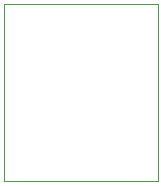
<source format=gm1>
%TF.GenerationSoftware,KiCad,Pcbnew,6.0.1*%
%TF.CreationDate,2022-01-25T15:40:47+08:00*%
%TF.ProjectId,chip-carrier,63686970-2d63-4617-9272-6965722e6b69,rev?*%
%TF.SameCoordinates,Original*%
%TF.FileFunction,Profile,NP*%
%FSLAX46Y46*%
G04 Gerber Fmt 4.6, Leading zero omitted, Abs format (unit mm)*
G04 Created by KiCad (PCBNEW 6.0.1) date 2022-01-25 15:40:47*
%MOMM*%
%LPD*%
G01*
G04 APERTURE LIST*
%TA.AperFunction,Profile*%
%ADD10C,0.025400*%
%TD*%
G04 APERTURE END LIST*
D10*
X143450000Y-89000000D02*
X156450000Y-89000000D01*
X156450000Y-104000000D02*
X156450000Y-89000000D01*
X143450000Y-104000000D02*
X156450000Y-104000000D01*
X143450000Y-104000000D02*
X143450000Y-89000000D01*
M02*

</source>
